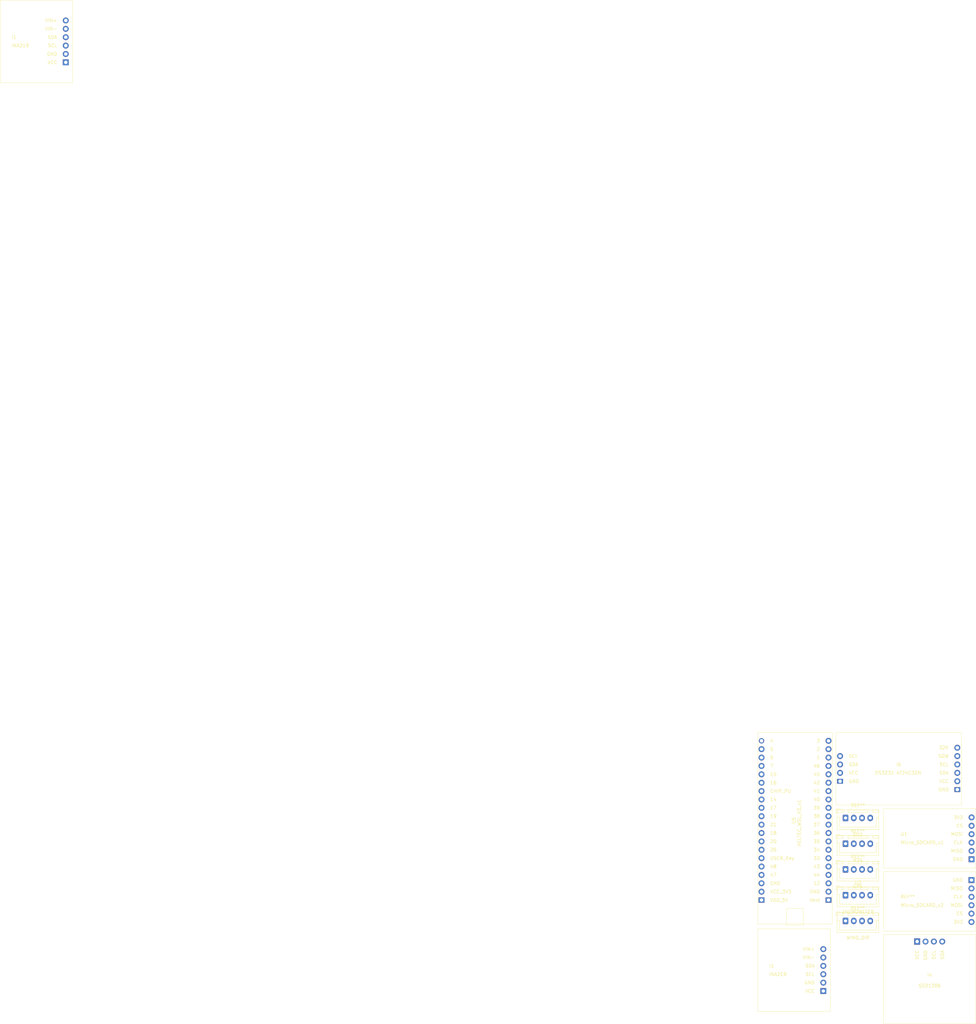
<source format=kicad_pcb>
(kicad_pcb (version 20241229) (generator "pcbnew") (generator_version "9.0")
  (layers (0 "F.Cu" signal) (2 "B.Cu" signal) (13 "F.Paste" user) (15 "B.Paste" user) (5 "F.SilkS" user "F.Silkscreen") (7 "B.SilkS" user "B.Silkscreen") (1 "F.Mask" user) (3 "B.Mask" user) (25 "Edge.Cuts" user))
  (net 0 "")
  (footprint "Custom Board:SSD1306_onBoard" (layer "F.Cu") (at 281.97 296.76)
    (property "Reference" "I4" (at 0 -1.27 0) (layer "F.SilkS"))
    (property "Value" "SSD1306​")
    (fp_rect (start -14 -13.5) (end 14 13.5) (stroke (width 0.1)) (fill no) (layer "F.SilkS"))
    (fp_text user "GND" (at -1.27 -8.89 90) (layer "F.SilkS") (effects (justify right)))
    (fp_text user "SDA" (at 3.81 -8.89 90) (layer "F.SilkS") (effects (justify right)))
    (fp_text user "SSD1306" (at 0 2.54 0) (layer "F.SilkS") (effects (justify bottom)))
    (fp_text user "SCL" (at 1.27 -8.89 90) (layer "F.SilkS") (effects (justify right)))
    (fp_text user "VCC" (at -3.81 -8.89 90) (layer "F.SilkS") (effects (justify right)))
    (pad "1" thru_hole rect (at -3.81 -11.43) (size 1.8 1.9) (drill 1) (layers "*.Cu" "*.Mask"))
    (pad "2" thru_hole circle (at -1.27 -11.43) (size 1.8 1.8) (drill 1) (layers "*.Cu" "*.Mask"))
    (pad "3" thru_hole circle (at 1.27 -11.43) (size 1.8 1.8) (drill 1) (layers "*.Cu" "*.Mask"))
    (pad "4" thru_hole circle (at 3.81 -11.43) (size 1.8 1.8) (drill 1) (layers "*.Cu" "*.Mask"))
  )
  (footprint "Custom Board:TB600B_SO2" (layer "F.Cu") (at 260.135 247.885)
    (property "Reference" "I2" (hide yes))
    (property "Value" "TB600B SO2" (hide yes))
    (fp_line (start -6.54 -2.75) (end -6.54 -1.5) (stroke (width 0.12)) (layer "F.SilkS"))
    (fp_line (start -6.25 -2.46) (end -6.25 3.51) (stroke (width 0.12)) (layer "F.SilkS"))
    (fp_line (start -6.25 3.51) (end 6.37 3.51) (stroke (width 0.12)) (layer "F.SilkS"))
    (fp_line (start -6.24 -2.45) (end -6.24 -1.7) (stroke (width 0.12)) (layer "F.SilkS"))
    (fp_line (start -6.24 -1.7) (end -4.44 -1.7) (stroke (width 0.12)) (layer "F.SilkS"))
    (fp_line (start -6.24 -0.2) (end -5.49 -0.2) (stroke (width 0.12)) (layer "F.SilkS"))
    (fp_line (start -5.49 -0.2) (end -5.49 2.75) (stroke (width 0.12)) (layer "F.SilkS"))
    (fp_line (start -5.49 2.75) (end 0.06 2.75) (stroke (width 0.12)) (layer "F.SilkS"))
    (fp_line (start -5.29 -2.75) (end -6.54 -2.75) (stroke (width 0.12)) (layer "F.SilkS"))
    (fp_line (start -4.44 -2.45) (end -6.24 -2.45) (stroke (width 0.12)) (layer "F.SilkS"))
    (fp_line (start -4.44 -1.7) (end -4.44 -2.45) (stroke (width 0.12)) (layer "F.SilkS"))
    (fp_line (start -2.94 -2.45) (end -2.94 -1.7) (stroke (width 0.12)) (layer "F.SilkS"))
    (fp_line (start -2.94 -1.7) (end 3.06 -1.7) (stroke (width 0.12)) (layer "F.SilkS"))
    (fp_line (start 3.06 -2.45) (end -2.94 -2.45) (stroke (width 0.12)) (layer "F.SilkS"))
    (fp_line (start 3.06 -1.7) (end 3.06 -2.45) (stroke (width 0.12)) (layer "F.SilkS"))
    (fp_line (start 4.56 -2.45) (end 4.56 -1.7) (stroke (width 0.12)) (layer "F.SilkS"))
    (fp_line (start 4.56 -1.7) (end 6.36 -1.7) (stroke (width 0.12)) (layer "F.SilkS"))
    (fp_line (start 5.61 -0.2) (end 5.61 2.75) (stroke (width 0.12)) (layer "F.SilkS"))
    (fp_line (start 5.61 2.75) (end 0.06 2.75) (stroke (width 0.12)) (layer "F.SilkS"))
    (fp_line (start 6.36 -2.45) (end 4.56 -2.45) (stroke (width 0.12)) (layer "F.SilkS"))
    (fp_line (start 6.36 -1.7) (end 6.36 -2.45) (stroke (width 0.12)) (layer "F.SilkS"))
    (fp_line (start 6.36 -0.2) (end 5.61 -0.2) (stroke (width 0.12)) (layer "F.SilkS"))
    (fp_line (start 6.37 -2.46) (end -6.25 -2.46) (stroke (width 0.12)) (layer "F.SilkS"))
    (fp_line (start 6.37 3.51) (end 6.37 -2.46) (stroke (width 0.12)) (layer "F.SilkS"))
    (fp_text user "SO2" (at 0 5.08 0) (layer "F.SilkS"))
    (fp_text user "REF**" (at 0.06 -3.81 0) (layer "F.SilkS"))
    (pad "1" thru_hole roundrect (at -3.69 0) (size 1.7 1.95) (drill 0.95) (layers "*.Cu" "*.Mask") (roundrect_rratio 0.147059))
    (pad "2" thru_hole oval (at -1.19 0) (size 1.7 1.95) (drill 0.95) (layers "*.Cu" "*.Mask"))
    (pad "3" thru_hole oval (at 1.31 0) (size 1.7 1.95) (drill 0.95) (layers "*.Cu" "*.Mask"))
    (pad "4" thru_hole oval (at 3.81 0) (size 1.7 1.95) (drill 0.95) (layers "*.Cu" "*.Mask"))
  )
  (footprint "Custom Board:INA219" (layer "F.Cu") (at 11.05 12.55)
    (property "Reference" "I1" (at -7.62 -1.27 0) (layer "F.SilkS") (effects (justify left)))
    (property "Value" "INA219")
    (fp_rect (start -11 -12.5) (end 11 12.5) (stroke (width 0.1)) (fill no) (layer "F.SilkS"))
    (fp_text user "SCL" (at 6.35 1.27 0) (layer "F.SilkS") (effects (justify right)))
    (fp_text user "INA219" (at -7.62 1.27 0) (layer "F.SilkS") (effects (justify left)))
    (fp_text user "GND" (at 6.35 3.81 0) (layer "F.SilkS") (effects (justify right)))
    (fp_text user "VIN-" (at 6.35 -3.81 0) (layer "F.SilkS") (effects (justify right)))
    (fp_text user "SDA" (at 6.35 -1.27 0) (layer "F.SilkS") (effects (justify right)))
    (fp_text user "VCC" (at 6.35 6.35 0) (layer "F.SilkS") (effects (justify right)))
    (fp_text user "VIN+" (at 6.35 -6.35 0) (layer "F.SilkS") (effects (justify right)))
    (pad "1" thru_hole rect (at 8.89 6.35 90) (size 1.8 1.8) (drill 1) (layers "*.Cu" "*.Mask"))
    (pad "2" thru_hole circle (at 8.89 3.81 90) (size 1.8 1.8) (drill 1) (layers "*.Cu" "*.Mask"))
    (pad "3" thru_hole circle (at 8.89 1.27 90) (size 1.8 1.8) (drill 1) (layers "*.Cu" "*.Mask"))
    (pad "4" thru_hole circle (at 8.89 -1.27 90) (size 1.8 1.8) (drill 1) (layers "*.Cu" "*.Mask"))
    (pad "5" thru_hole circle (at 8.89 -3.81 90) (size 1.8 1.8) (drill 1) (layers "*.Cu" "*.Mask"))
    (pad "6" thru_hole circle (at 8.89 -6.35 90) (size 1.8 1.8) (drill 1) (layers "*.Cu" "*.Mask"))
  )
  (footprint "Custom Board:Micro_SDCARD_v2" (layer "F.Cu") (at 281.94 273.05)
    (property "Reference" "U4" (hide yes))
    (property "Value" "Micro_SDCARD_v2" (hide yes))
    (fp_rect (start -13.97 -8.89) (end 14.03 9.11) (stroke (width 0.1)) (fill no) (layer "F.SilkS"))
    (fp_text user "MOSI" (at 10.16 1.27 0) (layer "F.SilkS") (effects (justify right)))
    (fp_text user "CLK" (at 10.16 -1.27 0) (layer "F.SilkS") (effects (justify right)))
    (fp_text user "GND" (at 10.16 -6.35 0) (layer "F.SilkS") (effects (justify right)))
    (fp_text user "MISO" (at 10.16 -3.81 0) (layer "F.SilkS") (effects (justify right)))
    (fp_text user "3V3" (at 10.16 6.35 0) (layer "F.SilkS") (effects (justify right)))
    (fp_text user "REF**" (at -8.89 -1.27 0) (layer "F.SilkS") (effects (justify left)))
    (fp_text user "CS" (at 10.16 3.81 0) (layer "F.SilkS") (effects (justify right)))
    (fp_text user "Micro_SDCARD_v2" (at -8.89 1.27 0) (layer "F.SilkS") (effects (justify left)))
    (pad "1" thru_hole rect (at 12.7 -6.35 270) (size 1.8 1.8) (drill 1) (layers "*.Cu" "*.Mask"))
    (pad "2" thru_hole circle (at 12.7 -3.81 270) (size 1.8 1.8) (drill 1) (layers "*.Cu" "*.Mask"))
    (pad "3" thru_hole circle (at 12.7 -1.27 270) (size 1.8 1.8) (drill 1) (layers "*.Cu" "*.Mask"))
    (pad "4" thru_hole circle (at 12.7 1.27 270) (size 1.8 1.8) (drill 1) (layers "*.Cu" "*.Mask"))
    (pad "5" thru_hole circle (at 12.7 3.81 270) (size 1.8 1.8) (drill 1) (layers "*.Cu" "*.Mask"))
    (pad "6" thru_hole circle (at 12.7 6.35 270) (size 1.8 1.8) (drill 1) (layers "*.Cu" "*.Mask"))
  )
  (footprint "Custom Board:TB600C_H2S" (layer "F.Cu") (at 260.215 255.685)
    (property "Reference" "I3" (hide yes))
    (property "Value" "TB600C_H2S" (hide yes))
    (fp_line (start -6.62 -2.75) (end -6.62 -1.5) (stroke (width 0.12)) (layer "F.SilkS"))
    (fp_line (start -6.33 -2.46) (end -6.33 3.51) (stroke (width 0.12)) (layer "F.SilkS"))
    (fp_line (start -6.33 3.51) (end 6.29 3.51) (stroke (width 0.12)) (layer "F.SilkS"))
    (fp_line (start -6.32 -2.45) (end -6.32 -1.7) (stroke (width 0.12)) (layer "F.SilkS"))
    (fp_line (start -6.32 -1.7) (end -4.52 -1.7) (stroke (width 0.12)) (layer "F.SilkS"))
    (fp_line (start -6.32 -0.2) (end -5.57 -0.2) (stroke (width 0.12)) (layer "F.SilkS"))
    (fp_line (start -5.57 -0.2) (end -5.57 2.75) (stroke (width 0.12)) (layer "F.SilkS"))
    (fp_line (start -5.57 2.75) (end -0.02 2.75) (stroke (width 0.12)) (layer "F.SilkS"))
    (fp_line (start -5.37 -2.75) (end -6.62 -2.75) (stroke (width 0.12)) (layer "F.SilkS"))
    (fp_line (start -4.52 -2.45) (end -6.32 -2.45) (stroke (width 0.12)) (layer "F.SilkS"))
    (fp_line (start -4.52 -1.7) (end -4.52 -2.45) (stroke (width 0.12)) (layer "F.SilkS"))
    (fp_line (start -3.02 -2.45) (end -3.02 -1.7) (stroke (width 0.12)) (layer "F.SilkS"))
    (fp_line (start -3.02 -1.7) (end 2.98 -1.7) (stroke (width 0.12)) (layer "F.SilkS"))
    (fp_line (start 2.98 -2.45) (end -3.02 -2.45) (stroke (width 0.12)) (layer "F.SilkS"))
    (fp_line (start 2.98 -1.7) (end 2.98 -2.45) (stroke (width 0.12)) (layer "F.SilkS"))
    (fp_line (start 4.48 -2.45) (end 4.48 -1.7) (stroke (width 0.12)) (layer "F.SilkS"))
    (fp_line (start 4.48 -1.7) (end 6.28 -1.7) (stroke (width 0.12)) (layer "F.SilkS"))
    (fp_line (start 5.53 -0.2) (end 5.53 2.75) (stroke (width 0.12)) (layer "F.SilkS"))
    (fp_line (start 5.53 2.75) (end -0.02 2.75) (stroke (width 0.12)) (layer "F.SilkS"))
    (fp_line (start 6.28 -2.45) (end 4.48 -2.45) (stroke (width 0.12)) (layer "F.SilkS"))
    (fp_line (start 6.28 -1.7) (end 6.28 -2.45) (stroke (width 0.12)) (layer "F.SilkS"))
    (fp_line (start 6.28 -0.2) (end 5.53 -0.2) (stroke (width 0.12)) (layer "F.SilkS"))
    (fp_line (start 6.29 -2.46) (end -6.33 -2.46) (stroke (width 0.12)) (layer "F.SilkS"))
    (fp_line (start 6.29 3.51) (end 6.29 -2.46) (stroke (width 0.12)) (layer "F.SilkS"))
    (fp_text user "H2S" (at 0 5.08 0) (layer "F.SilkS"))
    (fp_text user "REF**" (at -0.02 -3.81 0) (layer "F.SilkS"))
    (pad "1" thru_hole roundrect (at -3.77 0) (size 1.7 1.95) (drill 0.95) (layers "*.Cu" "*.Mask") (roundrect_rratio 0.147059))
    (pad "2" thru_hole oval (at -1.27 0) (size 1.7 1.95) (drill 0.95) (layers "*.Cu" "*.Mask"))
    (pad "3" thru_hole oval (at 1.23 0) (size 1.7 1.95) (drill 0.95) (layers "*.Cu" "*.Mask"))
    (pad "4" thru_hole oval (at 3.73 0) (size 1.7 1.95) (drill 0.95) (layers "*.Cu" "*.Mask"))
  )
  (footprint "Custom Board:uBlox_NEO-6M" (layer "F.Cu") (at 260.175 263.575)
    (property "Reference" "I5" (hide yes))
    (property "Value" "uBlox_NEO-6M" (hide yes))
    (fp_line (start -6.58 -2.84) (end -6.58 -1.59) (stroke (width 0.12)) (layer "F.SilkS"))
    (fp_line (start -6.29 -2.55) (end -6.29 3.42) (stroke (width 0.12)) (layer "F.SilkS"))
    (fp_line (start -6.29 3.42) (end 6.33 3.42) (stroke (width 0.12)) (layer "F.SilkS"))
    (fp_line (start -6.28 -2.54) (end -6.28 -1.79) (stroke (width 0.12)) (layer "F.SilkS"))
    (fp_line (start -6.28 -1.79) (end -4.48 -1.79) (stroke (width 0.12)) (layer "F.SilkS"))
    (fp_line (start -6.28 -0.29) (end -5.53 -0.29) (stroke (width 0.12)) (layer "F.SilkS"))
    (fp_line (start -5.53 -0.29) (end -5.53 2.66) (stroke (width 0.12)) (layer "F.SilkS"))
    (fp_line (start -5.53 2.66) (end 0.02 2.66) (stroke (width 0.12)) (layer "F.SilkS"))
    (fp_line (start -5.33 -2.84) (end -6.58 -2.84) (stroke (width 0.12)) (layer "F.SilkS"))
    (fp_line (start -4.48 -2.54) (end -6.28 -2.54) (stroke (width 0.12)) (layer "F.SilkS"))
    (fp_line (start -4.48 -1.79) (end -4.48 -2.54) (stroke (width 0.12)) (layer "F.SilkS"))
    (fp_line (start -2.98 -2.54) (end -2.98 -1.79) (stroke (width 0.12)) (layer "F.SilkS"))
    (fp_line (start -2.98 -1.79) (end 3.02 -1.79) (stroke (width 0.12)) (layer "F.SilkS"))
    (fp_line (start 3.02 -2.54) (end -2.98 -2.54) (stroke (width 0.12)) (layer "F.SilkS"))
    (fp_line (start 3.02 -1.79) (end 3.02 -2.54) (stroke (width 0.12)) (layer "F.SilkS"))
    (fp_line (start 4.52 -2.54) (end 4.52 -1.79) (stroke (width 0.12)) (layer "F.SilkS"))
    (fp_line (start 4.52 -1.79) (end 6.32 -1.79) (stroke (width 0.12)) (layer "F.SilkS"))
    (fp_line (start 5.57 -0.29) (end 5.57 2.66) (stroke (width 0.12)) (layer "F.SilkS"))
    (fp_line (start 5.57 2.66) (end 0.02 2.66) (stroke (width 0.12)) (layer "F.SilkS"))
    (fp_line (start 6.32 -2.54) (end 4.52 -2.54) (stroke (width 0.12)) (layer "F.SilkS"))
    (fp_line (start 6.32 -1.79) (end 6.32 -2.54) (stroke (width 0.12)) (layer "F.SilkS"))
    (fp_line (start 6.32 -0.29) (end 5.57 -0.29) (stroke (width 0.12)) (layer "F.SilkS"))
    (fp_line (start 6.33 -2.55) (end -6.29 -2.55) (stroke (width 0.12)) (layer "F.SilkS"))
    (fp_line (start 6.33 3.42) (end 6.33 -2.55) (stroke (width 0.12)) (layer "F.SilkS"))
    (fp_text user "GPS" (at 0 5.08 0) (layer "F.SilkS"))
    (fp_text user "REF**" (at 0.02 -3.9 0) (layer "F.SilkS"))
    (pad "1" thru_hole roundrect (at -3.73 -0.09) (size 1.7 1.95) (drill 0.95) (layers "*.Cu" "*.Mask") (roundrect_rratio 0.147059))
    (pad "2" thru_hole oval (at -1.23 -0.09) (size 1.7 1.95) (drill 0.95) (layers "*.Cu" "*.Mask"))
    (pad "3" thru_hole oval (at 1.27 -0.09) (size 1.7 1.95) (drill 0.95) (layers "*.Cu" "*.Mask"))
    (pad "4" thru_hole oval (at 3.77 -0.09) (size 1.7 1.95) (drill 0.95) (layers "*.Cu" "*.Mask"))
  )
  (footprint "Custom Board:STASRG_Anemometer" (layer "F.Cu") (at 260.195 271.285)
    (property "Reference" "U2" (at 0 -3.81 0) (layer "F.SilkS"))
    (property "Value" "Anemometer")
    (fp_line (start -6.6 -2.75) (end -6.6 -1.5) (stroke (width 0.12)) (layer "F.SilkS"))
    (fp_line (start -6.31 -2.46) (end -6.31 3.51) (stroke (width 0.12)) (layer "F.SilkS"))
    (fp_line (start -6.31 3.51) (end 6.31 3.51) (stroke (width 0.12)) (layer "F.SilkS"))
    (fp_line (start -6.3 -2.45) (end -6.3 -1.7) (stroke (width 0.12)) (layer "F.SilkS"))
    (fp_line (start -6.3 -1.7) (end -4.5 -1.7) (stroke (width 0.12)) (layer "F.SilkS"))
    (fp_line (start -6.3 -0.2) (end -5.55 -0.2) (stroke (width 0.12)) (layer "F.SilkS"))
    (fp_line (start -5.55 -0.2) (end -5.55 2.75) (stroke (width 0.12)) (layer "F.SilkS"))
    (fp_line (start -5.55 2.75) (end 0 2.75) (stroke (width 0.12)) (layer "F.SilkS"))
    (fp_line (start -5.35 -2.75) (end -6.6 -2.75) (stroke (width 0.12)) (layer "F.SilkS"))
    (fp_line (start -4.5 -2.45) (end -6.3 -2.45) (stroke (width 0.12)) (layer "F.SilkS"))
    (fp_line (start -4.5 -1.7) (end -4.5 -2.45) (stroke (width 0.12)) (layer "F.SilkS"))
    (fp_line (start -3 -2.45) (end -3 -1.7) (stroke (width 0.12)) (layer "F.SilkS"))
    (fp_line (start -3 -1.7) (end 3 -1.7) (stroke (width 0.12)) (layer "F.SilkS"))
    (fp_line (start 3 -2.45) (end -3 -2.45) (stroke (width 0.12)) (layer "F.SilkS"))
    (fp_line (start 3 -1.7) (end 3 -2.45) (stroke (width 0.12)) (layer "F.SilkS"))
    (fp_line (start 4.5 -2.45) (end 4.5 -1.7) (stroke (width 0.12)) (layer "F.SilkS"))
    (fp_line (start 4.5 -1.7) (end 6.3 -1.7) (stroke (width 0.12)) (layer "F.SilkS"))
    (fp_line (start 5.55 -0.2) (end 5.55 2.75) (stroke (width 0.12)) (layer "F.SilkS"))
    (fp_line (start 5.55 2.75) (end 0 2.75) (stroke (width 0.12)) (layer "F.SilkS"))
    (fp_line (start 6.3 -2.45) (end 4.5 -2.45) (stroke (width 0.12)) (layer "F.SilkS"))
    (fp_line (start 6.3 -1.7) (end 6.3 -2.45) (stroke (width 0.12)) (layer "F.SilkS"))
    (fp_line (start 6.3 -0.2) (end 5.55 -0.2) (stroke (width 0.12)) (layer "F.SilkS"))
    (fp_line (start 6.31 -2.46) (end -6.31 -2.46) (stroke (width 0.12)) (layer "F.SilkS"))
    (fp_line (start 6.31 3.51) (end 6.31 -2.46) (stroke (width 0.12)) (layer "F.SilkS"))
    (fp_text user "ANEMOMETER" (at 0 5.08 0) (layer "F.SilkS"))
    (pad "1" thru_hole roundrect (at -3.75 0) (size 1.7 1.95) (drill 0.95) (layers "*.Cu" "*.Mask") (roundrect_rratio 0.147059))
    (pad "2" thru_hole oval (at -1.25 0) (size 1.7 1.95) (drill 0.95) (layers "*.Cu" "*.Mask"))
    (pad "3" thru_hole oval (at 1.25 0) (size 1.7 1.95) (drill 0.95) (layers "*.Cu" "*.Mask"))
    (pad "4" thru_hole oval (at 3.75 0) (size 1.7 1.95) (drill 0.95) (layers "*.Cu" "*.Mask"))
  )
  (footprint "Custom Board:Micro_SDCARD_v1" (layer "F.Cu") (at 281.97 254.06)
    (property "Reference" "U1" (at -8.89 -1.27 0) (layer "F.SilkS") (effects (justify left)))
    (property "Value" "Micro_SDCARD_v1")
    (fp_rect (start -14 -9) (end 14 9) (stroke (width 0.1)) (fill no) (layer "F.SilkS"))
    (fp_text user "MOSI" (at 10.16 -1.27 0) (layer "F.SilkS") (effects (justify right)))
    (fp_text user "GND" (at 10.16 6.35 0) (layer "F.SilkS") (effects (justify right)))
    (fp_text user "CLK" (at 10.16 1.27 0) (layer "F.SilkS") (effects (justify right)))
    (fp_text user "MISO" (at 10.16 3.81 0) (layer "F.SilkS") (effects (justify right)))
    (fp_text user "3V3" (at 10.16 -6.35 0) (layer "F.SilkS") (effects (justify right)))
    (fp_text user "CS" (at 10.16 -3.81 0) (layer "F.SilkS") (effects (justify right)))
    (fp_text user "Micro_SDCARD_v1" (at -8.89 1.27 0) (layer "F.SilkS") (effects (justify left)))
    (pad "1" thru_hole rect (at 12.7 6.35 90) (size 1.8 1.8) (drill 0.95) (layers "*.Cu" "*.Mask"))
    (pad "2" thru_hole circle (at 12.7 3.81 90) (size 1.8 1.8) (drill 0.95) (layers "*.Cu" "*.Mask"))
    (pad "3" thru_hole circle (at 12.7 1.27 90) (size 1.8 1.8) (drill 0.95) (layers "*.Cu" "*.Mask"))
    (pad "4" thru_hole circle (at 12.7 -1.27 90) (size 1.8 1.8) (drill 0.95) (layers "*.Cu" "*.Mask"))
    (pad "5" thru_hole circle (at 12.7 -3.81 90) (size 1.8 1.8) (drill 0.95) (layers "*.Cu" "*.Mask"))
    (pad "6" thru_hole circle (at 12.7 -6.35 90) (size 1.8 1.8) (drill 0.95) (layers "*.Cu" "*.Mask"))
  )
  (footprint "STASRG_myCustom_Footprint:INA219" (layer "F.Cu") (at 240.82 293.98)
    (property "Reference" "I1" (at -7.62 -1.27 0) (layer "F.SilkS") (effects (justify left)))
    (property "Value" "INA219")
    (fp_rect (start -11 -12.5) (end 11 12.5) (stroke (width 0.1)) (fill no) (layer "F.SilkS"))
    (fp_text user "VIN-" (at 6.35 -3.81 0) (layer "F.SilkS") (effects (justify right)))
    (fp_text user "SCL" (at 6.35 1.27 0) (layer "F.SilkS") (effects (justify right)))
    (fp_text user "VIN+" (at 6.35 -6.35 0) (layer "F.SilkS") (effects (justify right)))
    (fp_text user "GND" (at 6.35 3.81 0) (layer "F.SilkS") (effects (justify right)))
    (fp_text user "INA219" (at -7.62 1.27 0) (layer "F.SilkS") (effects (justify left)))
    (fp_text user "SDA" (at 6.35 -1.27 0) (layer "F.SilkS") (effects (justify right)))
    (fp_text user "VCC" (at 6.35 6.35 0) (layer "F.SilkS") (effects (justify right)))
    (pad "1" thru_hole rect (at 8.89 6.35 90) (size 1.8 1.8) (drill 1) (layers "*.Cu" "*.Mask"))
    (pad "2" thru_hole circle (at 8.89 3.81 90) (size 1.8 1.8) (drill 1) (layers "*.Cu" "*.Mask"))
    (pad "3" thru_hole circle (at 8.89 1.27 90) (size 1.8 1.8) (drill 1) (layers "*.Cu" "*.Mask"))
    (pad "4" thru_hole circle (at 8.89 -1.27 90) (size 1.8 1.8) (drill 1) (layers "*.Cu" "*.Mask"))
    (pad "5" thru_hole circle (at 8.89 -3.81 90) (size 1.8 1.8) (drill 1) (layers "*.Cu" "*.Mask"))
    (pad "6" thru_hole circle (at 8.89 -6.35 90) (size 1.8 1.8) (drill 1) (layers "*.Cu" "*.Mask"))
  )
  (footprint "Custom Board:STASRG_Wind_Dir" (layer "F.Cu") (at 260.195 279.085)
    (property "Reference" "U3" (hide yes))
    (property "Value" "Wind_Direction" (hide yes))
    (fp_line (start -6.6 -2.75) (end -6.6 -1.5) (stroke (width 0.12)) (layer "F.SilkS"))
    (fp_line (start -6.31 -2.46) (end -6.31 3.51) (stroke (width 0.12)) (layer "F.SilkS"))
    (fp_line (start -6.31 3.51) (end 6.31 3.51) (stroke (width 0.12)) (layer "F.SilkS"))
    (fp_line (start -6.3 -2.45) (end -6.3 -1.7) (stroke (width 0.12)) (layer "F.SilkS"))
    (fp_line (start -6.3 -1.7) (end -4.5 -1.7) (stroke (width 0.12)) (layer "F.SilkS"))
    (fp_line (start -6.3 -0.2) (end -5.55 -0.2) (stroke (width 0.12)) (layer "F.SilkS"))
    (fp_line (start -5.55 -0.2) (end -5.55 2.75) (stroke (width 0.12)) (layer "F.SilkS"))
    (fp_line (start -5.55 2.75) (end 0 2.75) (stroke (width 0.12)) (layer "F.SilkS"))
    (fp_line (start -5.35 -2.75) (end -6.6 -2.75) (stroke (width 0.12)) (layer "F.SilkS"))
    (fp_line (start -4.5 -2.45) (end -6.3 -2.45) (stroke (width 0.12)) (layer "F.SilkS"))
    (fp_line (start -4.5 -1.7) (end -4.5 -2.45) (stroke (width 0.12)) (layer "F.SilkS"))
    (fp_line (start -3 -2.45) (end -3 -1.7) (stroke (width 0.12)) (layer "F.SilkS"))
    (fp_line (start -3 -1.7) (end 3 -1.7) (stroke (width 0.12)) (layer "F.SilkS"))
    (fp_line (start 3 -2.45) (end -3 -2.45) (stroke (width 0.12)) (layer "F.SilkS"))
    (fp_line (start 3 -1.7) (end 3 -2.45) (stroke (width 0.12)) (layer "F.SilkS"))
    (fp_line (start 4.5 -2.45) (end 4.5 -1.7) (stroke (width 0.12)) (layer "F.SilkS"))
    (fp_line (start 4.5 -1.7) (end 6.3 -1.7) (stroke (width 0.12)) (layer "F.SilkS"))
    (fp_line (start 5.55 -0.2) (end 5.55 2.75) (stroke (width 0.12)) (layer "F.SilkS"))
    (fp_line (start 5.55 2.75) (end 0 2.75) (stroke (width 0.12)) (layer "F.SilkS"))
    (fp_line (start 6.3 -2.45) (end 4.5 -2.45) (stroke (width 0.12)) (layer "F.SilkS"))
    (fp_line (start 6.3 -1.7) (end 6.3 -2.45) (stroke (width 0.12)) (layer "F.SilkS"))
    (fp_line (start 6.3 -0.2) (end 5.55 -0.2) (stroke (width 0.12)) (layer "F.SilkS"))
    (fp_line (start 6.31 -2.46) (end -6.31 -2.46) (stroke (width 0.12)) (layer "F.SilkS"))
    (fp_line (start 6.31 3.51) (end 6.31 -2.46) (stroke (width 0.12)) (layer "F.SilkS"))
    (fp_text user "REF**" (at 0 -3.81 0) (layer "F.SilkS"))
    (fp_text user "WIND_DIR" (at 0 5.08 0) (layer "F.SilkS"))
    (pad "1" thru_hole roundrect (at -3.75 0) (size 1.7 1.95) (drill 0.95) (layers "*.Cu" "*.Mask") (roundrect_rratio 0.147059))
    (pad "2" thru_hole oval (at -1.25 0) (size 1.7 1.95) (drill 0.95) (layers "*.Cu" "*.Mask"))
    (pad "3" thru_hole oval (at 1.25 0) (size 1.7 1.95) (drill 0.95) (layers "*.Cu" "*.Mask"))
    (pad "4" thru_hole oval (at 3.75 0) (size 1.7 1.95) (drill 0.95) (layers "*.Cu" "*.Mask"))
  )
  (footprint "Custom Board:DS3231" (layer "F.Cu") (at 272.57 234.215494)
    (property "Reference" "I6" (at 0 -2.54 0) (layer "F.SilkS"))
    (property "Value" "DS3231​")
    (fp_rect (start -19.05 -12.255494) (end 19.05 9.744506) (stroke (width 0.1)) (fill no) (layer "F.SilkS"))
    (fp_text user "SCL" (at -15.24 -5.08 0) (layer "F.SilkS") (effects (justify left)))
    (fp_text user "SCL" (at 15.24 -2.540001 0) (layer "F.SilkS") (effects (font (thickness 0.15) (bold yes)) (justify right)))
    (fp_text user "SDA" (at -15.24 -2.54 0) (layer "F.SilkS") (effects (justify left)))
    (fp_text user "GND" (at 15.24 5.079999 0) (layer "F.SilkS") (effects (font (thickness 0.15) (bold yes)) (justify right)))
    (fp_text user "SDA" (at 15.24 -0.000001 0) (layer "F.SilkS") (effects (font (thickness 0.15) (bold yes)) (justify right)))
    (fp_text user "DS3231 AT24C32N" (at -0.185 0 0) (layer "F.SilkS"))
    (fp_text user "VCC" (at 15.24 2.539999 0) (layer "F.SilkS") (effects (font (thickness 0.15) (bold yes)) (justify right)))
    (fp_text user "VCC" (at -15.24 0 0) (layer "F.SilkS") (effects (justify left)))
    (fp_text user "GND" (at -15.24 2.54 0) (layer "F.SilkS") (effects (justify left)))
    (fp_text user "32K" (at 15.24 -7.620001 0) (layer "F.SilkS") (effects (font (thickness 0.15) (bold yes)) (justify right)))
    (fp_text user "SQW" (at 15.24 -5.080001 0) (layer "F.SilkS") (effects (font (thickness 0.15) (bold yes)) (justify right)))
    (pad "1" thru_hole rect (at 17.78 5.079999 180) (size 1.8 1.47) (drill 1) (layers "*.Cu" "*.Mask"))
    (pad "2" thru_hole circle (at 17.78 2.539999 180) (size 1.8 1.8) (drill 1) (layers "*.Cu" "*.Mask"))
    (pad "3" thru_hole circle (at 17.78 -0.000001 180) (size 1.8 1.8) (drill 1) (layers "*.Cu" "*.Mask"))
    (pad "4" thru_hole circle (at 17.78 -2.540001 180) (size 1.8 1.8) (drill 1) (layers "*.Cu" "*.Mask"))
    (pad "5" thru_hole circle (at 17.78 -5.080001 180) (size 1.8 1.8) (drill 1) (layers "*.Cu" "*.Mask"))
    (pad "6" thru_hole circle (at 17.78 -7.620001 180) (size 1.8 1.8) (drill 1) (layers "*.Cu" "*.Mask"))
    (pad "7" thru_hole rect (at -17.78 2.54 180) (size 1.8 1.47) (drill 1) (layers "*.Cu" "*.Mask"))
    (pad "8" thru_hole circle (at -17.78 0 180) (size 1.8 1.8) (drill 1) (layers "*.Cu" "*.Mask"))
    (pad "9" thru_hole circle (at -17.78 -2.54 180) (size 1.8 1.8) (drill 1) (layers "*.Cu" "*.Mask"))
    (pad "10" thru_hole circle (at -17.78 -5.08 180) (size 1.8 1.8) (drill 1) (layers "*.Cu" "*.Mask"))
  )
  (footprint "Custom Board:Heltec_WSL_V3_v1" (layer "F.Cu") (at 241.12 252.44)
    (property "Reference" "U5" (at -0.36 -3.81 90) (layer "F.SilkS"))
    (property "Value" "Heltec_WSL_V3")
    (fp_rect (start -11.3 -30.48) (end 11.3 27.55) (stroke (width 0.1)) (fill no) (layer "F.SilkS"))
    (fp_rect (start -2.54 22.86) (end 2.54 27.94) (stroke (width 0.1)) (fill no) (layer "F.SilkS"))
    (fp_text user "20" (at -7.62 2.54 0) (layer "F.SilkS") (effects (justify left)))
    (fp_text user "43" (at 7.62 10.16 0) (layer "F.SilkS") (effects (justify right)))
    (fp_text user "41" (at 7.62 -12.7 0) (layer "F.SilkS") (effects (justify right)))
    (fp_text user "12" (at 7.62 15.24 0) (layer "F.SilkS") (effects (justify right)))
    (fp_text user "38" (at 7.62 -5.08 0) (layer "F.SilkS") (effects (justify right)))
    (fp_text user "33" (at 7.62 7.62 0) (layer "F.SilkS") (effects (justify right)))
    (fp_text user "42" (at 7.62 -15.24 0) (layer "F.SilkS") (effects (justify right)))
    (fp_text user "47" (at -7.62 12.7 0) (layer "F.SilkS") (effects (justify left)))
    (fp_text user "17" (at -7.62 -7.62 0) (layer "F.SilkS") (effects (justify left)))
    (fp_text user "39" (at 7.62 -7.62 0) (layer "F.SilkS") (effects (justify right)))
    (fp_text user "34" (at 7.62 5.08 0) (layer "F.SilkS") (effects (justify right)))
    (fp_text user "2" (at 7.62 -25.4 0) (layer "F.SilkS") (effects (justify right)))
    (fp_text user "16" (at -7.62 -15.24 0) (layer "F.SilkS") (effects (justify left)))
    (fp_text user "4" (at -7.62 -27.94 0) (layer "F.SilkS") (effects (justify left)))
    (fp_text user "VCC_3V3" (at -7.62 17.78 0) (layer "F.SilkS") (effects (justify left)))
    (fp_text user "6" (at -7.62 -22.86 0) (layer "F.SilkS") (effects (justify left)))
    (fp_text user "14" (at -7.62 -10.16 0) (layer "F.SilkS") (effects (justify left)))
    (fp_text user "Vext" (at 7.62 20.32 0) (layer "F.SilkS") (effects (justify right)))
    (fp_text user "35" (at 7.62 2.54 0) (layer "F.SilkS") (effects (justify right)))
    (fp_text user "USER_Key" (at -7.62 7.62 0) (layer "F.SilkS") (effects (justify left)))
    (fp_text user "26" (at -7.62 5.08 0) (layer "F.SilkS") (effects (justify left)))
    (fp_text user "36" (at 7.62 0 0) (layer "F.SilkS") (effects (justify right)))
    (fp_text user "48" (at -7.62 10.16 0) (layer "F.SilkS") (effects (justify left)))
    (fp_text user "37" (at 7.62 -2.54 0) (layer "F.SilkS") (effects (justify right)))
    (fp_text user "3" (at 7.62 -27.94 0) (layer "F.SilkS") (effects (justify right)))
    (fp_text user "CHIP_PU" (at -7.62 -12.7 0) (layer "F.SilkS") (effects (justify left)))
    (fp_text user "44" (at 7.62 12.7 0) (layer "F.SilkS") (effects (justify right)))
    (fp_text user "21" (at -7.62 -2.54 0) (layer "F.SilkS") (effects (justify left)))
    (fp_text user "HELTEC_WSL_V3_v1" (at 1.27 -10.16 90) (layer "F.SilkS") (effects (justify right)))
    (fp_text user "45" (at 7.62 -17.78 0) (layer "F.SilkS") (effects (justify right)))
    (fp_text user "1" (at 7.62 -22.86 0) (layer "F.SilkS") (effects (justify right)))
    (fp_text user "GND" (at 7.62 17.78 0) (layer "F.SilkS") (effects (justify right)))
    (fp_text user "VDD_5V" (at -7.62 20.32 0) (layer "F.SilkS") (effects (justify left)))
    (fp_text user "19" (at -7.62 -5.08 0) (layer "F.SilkS") (effects (justify left)))
    (fp_text user "15" (at -7.62 -17.78 0) (layer "F.SilkS") (effects (justify left)))
    (fp_text user "7" (at -7.62 -20.32 0) (layer "F.SilkS") (effects (justify left)))
    (fp_text user "46" (at 7.62 -20.32 0) (layer "F.SilkS") (effects (justify right)))
    (fp_text user "GND" (at -7.62 15.24 0) (layer "F.SilkS") (effects (justify left)))
    (fp_text user "40" (at 7.62 -10.16 0) (layer "F.SilkS") (effects (justify right)))
    (fp_text user "5" (at -7.62 -25.4 0) (layer "F.SilkS") (effects (justify left)))
    (fp_text user "18" (at -7.62 0 0) (layer "F.SilkS") (effects (justify left)))
    (pad "1" thru_hole rect (at 10.16 20.32) (size 1.8 1.6) (drill 1) (layers "*.Cu" "*.Mask"))
    (pad "2" thru_hole circle (at 10.16 17.78 270) (size 1.8 1.8) (drill 1) (layers "*.Cu" "*.Mask"))
    (pad "3" thru_hole circle (at 10.16 15.24 270) (size 1.8 1.8) (drill 1) (layers "*.Cu" "*.Mask"))
    (pad "4" thru_hole circle (at 10.16 12.7 270) (size 1.8 1.8) (drill 1) (layers "*.Cu" "*.Mask"))
    (pad "5" thru_hole circle (at 10.16 10.16 270) (size 1.8 1.8) (drill 1) (layers "*.Cu" "*.Mask"))
    (pad "6" thru_hole circle (at 10.16 7.62 270) (size 1.8 1.8) (drill 1) (layers "*.Cu" "*.Mask"))
    (pad "7" thru_hole circle (at 10.16 5.08 270) (size 1.8 1.8) (drill 1) (layers "*.Cu" "*.Mask"))
    (pad "8" thru_hole circle (at 10.16 2.54 270) (size 1.8 1.8) (drill 1) (layers "*.Cu" "*.Mask"))
    (pad "9" thru_hole circle (at 10.16 0 270) (size 1.8 1.8) (drill 1) (layers "*.Cu" "*.Mask"))
    (pad "10" thru_hole circle (at 10.16 -2.54 270) (size 1.8 1.8) (drill 1) (layers "*.Cu" "*.Mask"))
    (pad "11" thru_hole circle (at 10.16 -5.08 270) (size 1.8 1.8) (drill 1) (layers "*.Cu" "*.Mask"))
    (pad "12" thru_hole circle (at 10.16 -7.62 270) (size 1.8 1.8) (drill 1) (layers "*.Cu" "*.Mask"))
    (pad "13" thru_hole circle (at 10.16 -10.16 270) (size 1.8 1.8) (drill 1) (layers "*.Cu" "*.Mask"))
    (pad "14" thru_hole circle (at 10.16 -12.7 270) (size 1.8 1.8) (drill 1) (layers "*.Cu" "*.Mask"))
    (pad "15" thru_hole circle (at 10.16 -15.24 270) (size 1.8 1.8) (drill 1) (layers "*.Cu" "*.Mask"))
    (pad "16" thru_hole circle (at 10.16 -17.78 270) (size 1.8 1.8) (drill 1) (layers "*.Cu" "*.Mask"))
    (pad "17" thru_hole circle (at 10.16 -20.32 270) (size 1.8 1.8) (drill 1) (layers "*.Cu" "*.Mask"))
    (pad "18" thru_hole circle (at 10.16 -22.86 270) (size 1.8 1.8) (drill 1) (layers "*.Cu" "*.Mask"))
    (pad "19" thru_hole circle (at 10.16 -25.4 270) (size 1.8 1.8) (drill 1) (layers "*.Cu" "*.Mask"))
    (pad "20" thru_hole circle (at 10.16 -27.94 270) (size 1.8 1.8) (drill 1) (layers "*.Cu" "*.Mask"))
    (pad "21" thru_hole rect (at -10.16 20.32) (size 1.8 1.6) (drill 1) (layers "*.Cu" "*.Mask"))
    (pad "22" thru_hole circle (at -10.16 17.78 270) (size 1.8 1.8) (drill 1) (layers "*.Cu" "*.Mask"))
    (pad "23" thru_hole circle (at -10.16 15.24 270) (size 1.8 1.8) (drill 1) (layers "*.Cu" "*.Mask"))
    (pad "24" thru_hole circle (at -10.16 12.7 270) (size 1.8 1.8) (drill 1) (layers "*.Cu" "*.Mask"))
    (pad "25" thru_hole circle (at -10.16 10.16 270) (size 1.8 1.8) (drill 1) (layers "*.Cu" "*.Mask"))
    (pad "26" thru_hole circle (at -10.16 7.62 270) (size 1.8 1.8) (drill 1) (layers "*.Cu" "*.Mask"))
    (pad "27" thru_hole circle (at -10.16 5.08 270) (size 1.8 1.8) (drill 1) (layers "*.Cu" "*.Mask"))
    (pad "28" thru_hole circle (at -10.16 2.54 270) (size 1.8 1.8) (drill 1) (layers "*.Cu" "*.Mask"))
    (pad "29" thru_hole circle (at -10.16 0 270) (size 1.8 1.8) (drill 1) (layers "*.Cu" "*.Mask"))
    (pad "30" thru_hole circle (at -10.16 -2.54 270) (size 1.8 1.8) (drill 1) (layers "*.Cu" "*.Mask"))
    (pad "31" thru_hole circle (at -10.16 -5.08 270) (size 1.8 1.8) (drill 1) (layers "*.Cu" "*.Mask"))
    (pad "32" thru_hole circle (at -10.16 -7.62 270) (size 1.8 1.8) (drill 1) (layers "*.Cu" "*.Mask"))
    (pad "33" thru_hole circle (at -10.16 -10.16 270) (size 1.8 1.8) (drill 1) (layers "*.Cu" "*.Mask"))
    (pad "34" thru_hole circle (at -10.16 -12.7 270) (size 1.8 1.8) (drill 1) (layers "*.Cu" "*.Mask"))
    (pad "35" thru_hole circle (at -10.16 -15.24 270) (size 1.8 1.8) (drill 1) (layers "*.Cu" "*.Mask"))
    (pad "36" thru_hole circle (at -10.16 -17.78 270) (size 1.8 1.8) (drill 1) (layers "*.Cu" "*.Mask"))
    (pad "37" thru_hole circle (at -10.16 -20.32 270) (size 1.8 1.8) (drill 1) (layers "*.Cu" "*.Mask"))
    (pad "38" thru_hole circle (at -10.16 -22.86 270) (size 1.8 1.8) (drill 1) (layers "*.Cu" "*.Mask"))
    (pad "39" thru_hole circle (at -10.16 -25.4 270) (size 1.8 1.8) (drill 1) (layers "*.Cu" "*.Mask"))
    (pad "40" thru_hole circle (at -10.16 -27.94 270) (size 1.6 1.6) (drill 1) (layers "*.Cu" "*.Mask"))
  )
)
</source>
